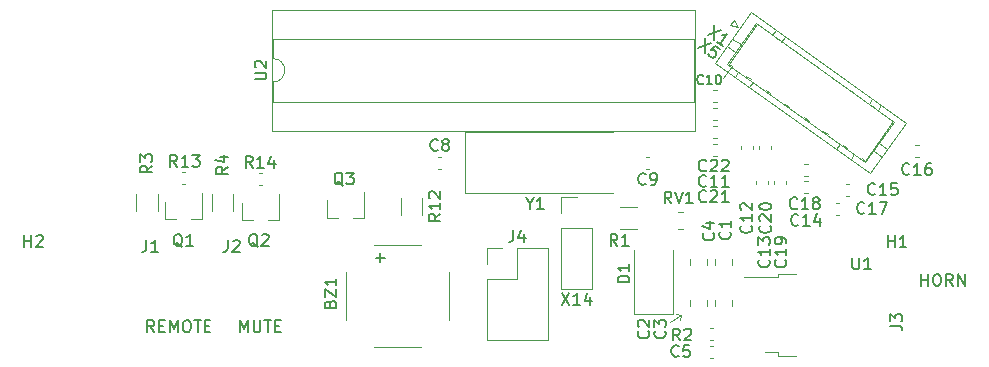
<source format=gbr>
%TF.GenerationSoftware,KiCad,Pcbnew,(5.1.9)-1*%
%TF.CreationDate,2021-10-08T19:18:35+02:00*%
%TF.ProjectId,multi_steering_kenwood_K24MSWK1MA,6d756c74-695f-4737-9465-6572696e675f,rev?*%
%TF.SameCoordinates,Original*%
%TF.FileFunction,Legend,Top*%
%TF.FilePolarity,Positive*%
%FSLAX46Y46*%
G04 Gerber Fmt 4.6, Leading zero omitted, Abs format (unit mm)*
G04 Created by KiCad (PCBNEW (5.1.9)-1) date 2021-10-08 19:18:35*
%MOMM*%
%LPD*%
G01*
G04 APERTURE LIST*
%ADD10C,0.150000*%
%ADD11C,0.120000*%
G04 APERTURE END LIST*
D10*
X160073166Y-134800180D02*
X160073166Y-133800180D01*
X160073166Y-134276371D02*
X160644595Y-134276371D01*
X160644595Y-134800180D02*
X160644595Y-133800180D01*
X161311261Y-133800180D02*
X161501738Y-133800180D01*
X161596976Y-133847800D01*
X161692214Y-133943038D01*
X161739833Y-134133514D01*
X161739833Y-134466847D01*
X161692214Y-134657323D01*
X161596976Y-134752561D01*
X161501738Y-134800180D01*
X161311261Y-134800180D01*
X161216023Y-134752561D01*
X161120785Y-134657323D01*
X161073166Y-134466847D01*
X161073166Y-134133514D01*
X161120785Y-133943038D01*
X161216023Y-133847800D01*
X161311261Y-133800180D01*
X162739833Y-134800180D02*
X162406500Y-134323990D01*
X162168404Y-134800180D02*
X162168404Y-133800180D01*
X162549357Y-133800180D01*
X162644595Y-133847800D01*
X162692214Y-133895419D01*
X162739833Y-133990657D01*
X162739833Y-134133514D01*
X162692214Y-134228752D01*
X162644595Y-134276371D01*
X162549357Y-134323990D01*
X162168404Y-134323990D01*
X163168404Y-134800180D02*
X163168404Y-133800180D01*
X163739833Y-134800180D01*
X163739833Y-133800180D01*
X102416023Y-138700180D02*
X102416023Y-137700180D01*
X102749357Y-138414466D01*
X103082690Y-137700180D01*
X103082690Y-138700180D01*
X103558880Y-137700180D02*
X103558880Y-138509704D01*
X103606500Y-138604942D01*
X103654119Y-138652561D01*
X103749357Y-138700180D01*
X103939833Y-138700180D01*
X104035071Y-138652561D01*
X104082690Y-138604942D01*
X104130309Y-138509704D01*
X104130309Y-137700180D01*
X104463642Y-137700180D02*
X105035071Y-137700180D01*
X104749357Y-138700180D02*
X104749357Y-137700180D01*
X105368404Y-138176371D02*
X105701738Y-138176371D01*
X105844595Y-138700180D02*
X105368404Y-138700180D01*
X105368404Y-137700180D01*
X105844595Y-137700180D01*
X95135071Y-138700180D02*
X94801738Y-138223990D01*
X94563642Y-138700180D02*
X94563642Y-137700180D01*
X94944595Y-137700180D01*
X95039833Y-137747800D01*
X95087452Y-137795419D01*
X95135071Y-137890657D01*
X95135071Y-138033514D01*
X95087452Y-138128752D01*
X95039833Y-138176371D01*
X94944595Y-138223990D01*
X94563642Y-138223990D01*
X95563642Y-138176371D02*
X95896976Y-138176371D01*
X96039833Y-138700180D02*
X95563642Y-138700180D01*
X95563642Y-137700180D01*
X96039833Y-137700180D01*
X96468404Y-138700180D02*
X96468404Y-137700180D01*
X96801738Y-138414466D01*
X97135071Y-137700180D01*
X97135071Y-138700180D01*
X97801738Y-137700180D02*
X97992214Y-137700180D01*
X98087452Y-137747800D01*
X98182690Y-137843038D01*
X98230309Y-138033514D01*
X98230309Y-138366847D01*
X98182690Y-138557323D01*
X98087452Y-138652561D01*
X97992214Y-138700180D01*
X97801738Y-138700180D01*
X97706500Y-138652561D01*
X97611261Y-138557323D01*
X97563642Y-138366847D01*
X97563642Y-138033514D01*
X97611261Y-137843038D01*
X97706500Y-137747800D01*
X97801738Y-137700180D01*
X98516023Y-137700180D02*
X99087452Y-137700180D01*
X98801738Y-138700180D02*
X98801738Y-137700180D01*
X99420785Y-138176371D02*
X99754119Y-138176371D01*
X99896976Y-138700180D02*
X99420785Y-138700180D01*
X99420785Y-137700180D01*
X99896976Y-137700180D01*
D11*
X139306500Y-137147800D02*
X139706500Y-137247800D01*
X139606500Y-137647800D02*
X139706500Y-137247800D01*
X139706500Y-137247800D02*
X139606500Y-137647800D01*
X138806500Y-137847800D02*
X139706500Y-137247800D01*
%TO.C,R14*%
X104247080Y-126257800D02*
X103965920Y-126257800D01*
X104247080Y-125237800D02*
X103965920Y-125237800D01*
%TO.C,R13*%
X97747080Y-126157800D02*
X97465920Y-126157800D01*
X97747080Y-125137800D02*
X97465920Y-125137800D01*
%TO.C,X1*%
X155804011Y-119484868D02*
X156194786Y-119763606D01*
X153411515Y-122839024D02*
X153802290Y-123117761D01*
X154175780Y-118323462D02*
X154566555Y-118602200D01*
X151783284Y-121677618D02*
X152174059Y-121956356D01*
X152547549Y-117162056D02*
X152938324Y-117440794D01*
X150155053Y-120516212D02*
X150545828Y-120794950D01*
X150919318Y-116000650D02*
X151310093Y-116279388D01*
X148526822Y-119354806D02*
X148917597Y-119633544D01*
X149291087Y-114839244D02*
X149681862Y-115117982D01*
X146898591Y-118193400D02*
X147289366Y-118472138D01*
X147662856Y-113677839D02*
X148053631Y-113956576D01*
X145270360Y-117031994D02*
X145661135Y-117310732D01*
X157432242Y-120646274D02*
X157676477Y-120820485D01*
X155039746Y-124000430D02*
X155283980Y-124174641D01*
X146181166Y-112620959D02*
X146425400Y-112795170D01*
X143788669Y-115975115D02*
X144032904Y-116149326D01*
X143304122Y-117171041D02*
X144032904Y-116149326D01*
X155283980Y-124174641D02*
X157676477Y-120820485D01*
X143788669Y-115975115D02*
X146181166Y-112620959D01*
%TO.C,C9*%
X137047080Y-124857800D02*
X136765920Y-124857800D01*
X137047080Y-123837800D02*
X136765920Y-123837800D01*
%TO.C,C8*%
X119165920Y-123837800D02*
X119447080Y-123837800D01*
X119165920Y-124857800D02*
X119447080Y-124857800D01*
%TO.C,Y1*%
X134006500Y-121797800D02*
X121406500Y-121797800D01*
X121406500Y-121797800D02*
X121406500Y-126897800D01*
X121406500Y-126897800D02*
X134006500Y-126897800D01*
%TO.C,X14*%
X129576500Y-135017800D02*
X132236500Y-135017800D01*
X129576500Y-129877800D02*
X129576500Y-135017800D01*
X132236500Y-129877800D02*
X132236500Y-135017800D01*
X129576500Y-129877800D02*
X132236500Y-129877800D01*
X129576500Y-128607800D02*
X129576500Y-127277800D01*
X129576500Y-127277800D02*
X130906500Y-127277800D01*
%TO.C,X5*%
X146068335Y-112555429D02*
X143629382Y-115974715D01*
X143629382Y-115974715D02*
X155352646Y-124336837D01*
X155352646Y-124336837D02*
X157791598Y-120917552D01*
X157791598Y-120917552D02*
X146068335Y-112555429D01*
X144090649Y-113847079D02*
X144790788Y-114346484D01*
X157214191Y-123208011D02*
X156514052Y-122708606D01*
X143626086Y-114498371D02*
X144326226Y-114997776D01*
X156749629Y-123859303D02*
X156049489Y-123359899D01*
X148538182Y-113690707D02*
X148242023Y-114105906D01*
X147772913Y-113144847D02*
X147476754Y-113560045D01*
X155914068Y-118951876D02*
X155617910Y-119367075D01*
X156679337Y-119497737D02*
X156383178Y-119912936D01*
X145506912Y-117940390D02*
X145803071Y-117525191D01*
X144285739Y-117069336D02*
X144581897Y-116654137D01*
X152882799Y-123201559D02*
X153178957Y-122786360D01*
X154103972Y-124072614D02*
X154400131Y-123657415D01*
X145664354Y-111640826D02*
X142633084Y-115890509D01*
X142633084Y-115890509D02*
X155756627Y-125251441D01*
X155756627Y-125251441D02*
X158787896Y-121001758D01*
X158787896Y-121001758D02*
X145664354Y-111640826D01*
X144566599Y-112835411D02*
X143903919Y-112731224D01*
X143903919Y-112731224D02*
X144252341Y-112242755D01*
X144252341Y-112242755D02*
X144566599Y-112835411D01*
%TO.C,U2*%
X105176500Y-117537800D02*
X105176500Y-119187800D01*
X105176500Y-119187800D02*
X140856500Y-119187800D01*
X140856500Y-119187800D02*
X140856500Y-113887800D01*
X140856500Y-113887800D02*
X105176500Y-113887800D01*
X105176500Y-113887800D02*
X105176500Y-115537800D01*
X105116500Y-121677800D02*
X140916500Y-121677800D01*
X140916500Y-121677800D02*
X140916500Y-111397800D01*
X140916500Y-111397800D02*
X105116500Y-111397800D01*
X105116500Y-111397800D02*
X105116500Y-121677800D01*
X105176500Y-115537800D02*
G75*
G02*
X105176500Y-117537800I0J-1000000D01*
G01*
%TO.C,U1*%
X149436500Y-133797800D02*
X147936500Y-133797800D01*
X147936500Y-133797800D02*
X147936500Y-134067800D01*
X147936500Y-134067800D02*
X145106500Y-134067800D01*
X149436500Y-140697800D02*
X147936500Y-140697800D01*
X147936500Y-140697800D02*
X147936500Y-140427800D01*
X147936500Y-140427800D02*
X146836500Y-140427800D01*
%TO.C,RV1*%
X139479436Y-128512800D02*
X139933564Y-128512800D01*
X139479436Y-129982800D02*
X139933564Y-129982800D01*
%TO.C,R12*%
X117816500Y-127320736D02*
X117816500Y-128774864D01*
X115996500Y-127320736D02*
X115996500Y-128774864D01*
%TO.C,R4*%
X99996500Y-128474864D02*
X99996500Y-127020736D01*
X101816500Y-128474864D02*
X101816500Y-127020736D01*
%TO.C,R3*%
X93596500Y-128474864D02*
X93596500Y-127020736D01*
X95416500Y-128474864D02*
X95416500Y-127020736D01*
%TO.C,R2*%
X142447080Y-139357800D02*
X142165920Y-139357800D01*
X142447080Y-138337800D02*
X142165920Y-138337800D01*
%TO.C,R1*%
X136033564Y-129957800D02*
X134579436Y-129957800D01*
X136033564Y-128137800D02*
X134579436Y-128137800D01*
%TO.C,Q3*%
X109726500Y-129007800D02*
X110656500Y-129007800D01*
X112886500Y-129007800D02*
X111956500Y-129007800D01*
X112886500Y-129007800D02*
X112886500Y-126847800D01*
X109726500Y-129007800D02*
X109726500Y-127547800D01*
%TO.C,Q2*%
X102526500Y-129207800D02*
X103456500Y-129207800D01*
X105686500Y-129207800D02*
X104756500Y-129207800D01*
X105686500Y-129207800D02*
X105686500Y-127047800D01*
X102526500Y-129207800D02*
X102526500Y-127747800D01*
%TO.C,Q1*%
X96026500Y-129107800D02*
X96956500Y-129107800D01*
X99186500Y-129107800D02*
X98256500Y-129107800D01*
X99186500Y-129107800D02*
X99186500Y-126947800D01*
X96026500Y-129107800D02*
X96026500Y-127647800D01*
%TO.C,J4*%
X123276500Y-139357800D02*
X128476500Y-139357800D01*
X123276500Y-134217800D02*
X123276500Y-139357800D01*
X128476500Y-131617800D02*
X128476500Y-139357800D01*
X123276500Y-134217800D02*
X125876500Y-134217800D01*
X125876500Y-134217800D02*
X125876500Y-131617800D01*
X125876500Y-131617800D02*
X128476500Y-131617800D01*
X123276500Y-132947800D02*
X123276500Y-131617800D01*
X123276500Y-131617800D02*
X124606500Y-131617800D01*
%TO.C,D1*%
X135756500Y-137147800D02*
X139056500Y-137147800D01*
X139056500Y-137147800D02*
X139056500Y-131747800D01*
X135756500Y-137147800D02*
X135756500Y-131747800D01*
%TO.C,C22*%
X142747080Y-120757800D02*
X142465920Y-120757800D01*
X142747080Y-119737800D02*
X142465920Y-119737800D01*
%TO.C,C21*%
X142747080Y-123757800D02*
X142465920Y-123757800D01*
X142747080Y-122737800D02*
X142465920Y-122737800D01*
%TO.C,C20*%
X147316500Y-122907220D02*
X147316500Y-123188380D01*
X146296500Y-122907220D02*
X146296500Y-123188380D01*
%TO.C,C19*%
X148616500Y-125907220D02*
X148616500Y-126188380D01*
X147596500Y-125907220D02*
X147596500Y-126188380D01*
%TO.C,C18*%
X150447080Y-125457800D02*
X150165920Y-125457800D01*
X150447080Y-124437800D02*
X150165920Y-124437800D01*
%TO.C,C17*%
X152865920Y-127737800D02*
X153147080Y-127737800D01*
X152865920Y-128757800D02*
X153147080Y-128757800D01*
%TO.C,C16*%
X159565920Y-122837800D02*
X159847080Y-122837800D01*
X159565920Y-123857800D02*
X159847080Y-123857800D01*
%TO.C,C15*%
X153665920Y-126137800D02*
X153947080Y-126137800D01*
X153665920Y-127157800D02*
X153947080Y-127157800D01*
%TO.C,C14*%
X150447080Y-126957800D02*
X150165920Y-126957800D01*
X150447080Y-125937800D02*
X150165920Y-125937800D01*
%TO.C,C13*%
X147116500Y-125907220D02*
X147116500Y-126188380D01*
X146096500Y-125907220D02*
X146096500Y-126188380D01*
%TO.C,C12*%
X145816500Y-122907220D02*
X145816500Y-123188380D01*
X144796500Y-122907220D02*
X144796500Y-123188380D01*
%TO.C,C11*%
X142747080Y-122257800D02*
X142465920Y-122257800D01*
X142747080Y-121237800D02*
X142465920Y-121237800D01*
%TO.C,C10*%
X142747080Y-119257800D02*
X142465920Y-119257800D01*
X142747080Y-118237800D02*
X142465920Y-118237800D01*
%TO.C,C5*%
X142447080Y-140857800D02*
X142165920Y-140857800D01*
X142447080Y-139837800D02*
X142165920Y-139837800D01*
%TO.C,C4*%
X140471500Y-133009052D02*
X140471500Y-132486548D01*
X141941500Y-133009052D02*
X141941500Y-132486548D01*
%TO.C,C3*%
X144041500Y-135986548D02*
X144041500Y-136509052D01*
X142571500Y-135986548D02*
X142571500Y-136509052D01*
%TO.C,C2*%
X141941500Y-135986548D02*
X141941500Y-136509052D01*
X140471500Y-135986548D02*
X140471500Y-136509052D01*
%TO.C,C1*%
X142571500Y-133009052D02*
X142571500Y-132486548D01*
X144041500Y-133009052D02*
X144041500Y-132486548D01*
%TO.C,BZ1*%
X120056500Y-137647800D02*
X120056500Y-133647800D01*
X113706500Y-139997800D02*
X117706500Y-139997800D01*
X111356500Y-133647800D02*
X111356500Y-137647800D01*
X117706500Y-131297800D02*
X113706500Y-131297800D01*
%TO.C,R14*%
D10*
X103463642Y-124800180D02*
X103130309Y-124323990D01*
X102892214Y-124800180D02*
X102892214Y-123800180D01*
X103273166Y-123800180D01*
X103368404Y-123847800D01*
X103416023Y-123895419D01*
X103463642Y-123990657D01*
X103463642Y-124133514D01*
X103416023Y-124228752D01*
X103368404Y-124276371D01*
X103273166Y-124323990D01*
X102892214Y-124323990D01*
X104416023Y-124800180D02*
X103844595Y-124800180D01*
X104130309Y-124800180D02*
X104130309Y-123800180D01*
X104035071Y-123943038D01*
X103939833Y-124038276D01*
X103844595Y-124085895D01*
X105273166Y-124133514D02*
X105273166Y-124800180D01*
X105035071Y-123752561D02*
X104796976Y-124466847D01*
X105416023Y-124466847D01*
%TO.C,R13*%
X97063642Y-124700180D02*
X96730309Y-124223990D01*
X96492214Y-124700180D02*
X96492214Y-123700180D01*
X96873166Y-123700180D01*
X96968404Y-123747800D01*
X97016023Y-123795419D01*
X97063642Y-123890657D01*
X97063642Y-124033514D01*
X97016023Y-124128752D01*
X96968404Y-124176371D01*
X96873166Y-124223990D01*
X96492214Y-124223990D01*
X98016023Y-124700180D02*
X97444595Y-124700180D01*
X97730309Y-124700180D02*
X97730309Y-123700180D01*
X97635071Y-123843038D01*
X97539833Y-123938276D01*
X97444595Y-123985895D01*
X98349357Y-123700180D02*
X98968404Y-123700180D01*
X98635071Y-124081133D01*
X98777928Y-124081133D01*
X98873166Y-124128752D01*
X98920785Y-124176371D01*
X98968404Y-124271609D01*
X98968404Y-124509704D01*
X98920785Y-124604942D01*
X98873166Y-124652561D01*
X98777928Y-124700180D01*
X98492214Y-124700180D01*
X98396976Y-124652561D01*
X98349357Y-124604942D01*
%TO.C,X1*%
X142565458Y-112731881D02*
X142527498Y-113933132D01*
X143108201Y-113119017D02*
X141984755Y-113545997D01*
X143264079Y-114458530D02*
X142798870Y-114126700D01*
X143031475Y-114292615D02*
X143612178Y-113478500D01*
X143451685Y-113539497D01*
X143318845Y-113561726D01*
X143213658Y-113545189D01*
%TO.C,C9*%
X136739833Y-126134942D02*
X136692214Y-126182561D01*
X136549357Y-126230180D01*
X136454119Y-126230180D01*
X136311261Y-126182561D01*
X136216023Y-126087323D01*
X136168404Y-125992085D01*
X136120785Y-125801609D01*
X136120785Y-125658752D01*
X136168404Y-125468276D01*
X136216023Y-125373038D01*
X136311261Y-125277800D01*
X136454119Y-125230180D01*
X136549357Y-125230180D01*
X136692214Y-125277800D01*
X136739833Y-125325419D01*
X137216023Y-126230180D02*
X137406500Y-126230180D01*
X137501738Y-126182561D01*
X137549357Y-126134942D01*
X137644595Y-125992085D01*
X137692214Y-125801609D01*
X137692214Y-125420657D01*
X137644595Y-125325419D01*
X137596976Y-125277800D01*
X137501738Y-125230180D01*
X137311261Y-125230180D01*
X137216023Y-125277800D01*
X137168404Y-125325419D01*
X137120785Y-125420657D01*
X137120785Y-125658752D01*
X137168404Y-125753990D01*
X137216023Y-125801609D01*
X137311261Y-125849228D01*
X137501738Y-125849228D01*
X137596976Y-125801609D01*
X137644595Y-125753990D01*
X137692214Y-125658752D01*
%TO.C,C8*%
X119139833Y-123274942D02*
X119092214Y-123322561D01*
X118949357Y-123370180D01*
X118854119Y-123370180D01*
X118711261Y-123322561D01*
X118616023Y-123227323D01*
X118568404Y-123132085D01*
X118520785Y-122941609D01*
X118520785Y-122798752D01*
X118568404Y-122608276D01*
X118616023Y-122513038D01*
X118711261Y-122417800D01*
X118854119Y-122370180D01*
X118949357Y-122370180D01*
X119092214Y-122417800D01*
X119139833Y-122465419D01*
X119711261Y-122798752D02*
X119616023Y-122751133D01*
X119568404Y-122703514D01*
X119520785Y-122608276D01*
X119520785Y-122560657D01*
X119568404Y-122465419D01*
X119616023Y-122417800D01*
X119711261Y-122370180D01*
X119901738Y-122370180D01*
X119996976Y-122417800D01*
X120044595Y-122465419D01*
X120092214Y-122560657D01*
X120092214Y-122608276D01*
X120044595Y-122703514D01*
X119996976Y-122751133D01*
X119901738Y-122798752D01*
X119711261Y-122798752D01*
X119616023Y-122846371D01*
X119568404Y-122893990D01*
X119520785Y-122989228D01*
X119520785Y-123179704D01*
X119568404Y-123274942D01*
X119616023Y-123322561D01*
X119711261Y-123370180D01*
X119901738Y-123370180D01*
X119996976Y-123322561D01*
X120044595Y-123274942D01*
X120092214Y-123179704D01*
X120092214Y-122989228D01*
X120044595Y-122893990D01*
X119996976Y-122846371D01*
X119901738Y-122798752D01*
%TO.C,Y1*%
X126930309Y-127823990D02*
X126930309Y-128300180D01*
X126596976Y-127300180D02*
X126930309Y-127823990D01*
X127263642Y-127300180D01*
X128120785Y-128300180D02*
X127549357Y-128300180D01*
X127835071Y-128300180D02*
X127835071Y-127300180D01*
X127739833Y-127443038D01*
X127644595Y-127538276D01*
X127549357Y-127585895D01*
%TO.C,X14*%
X129620785Y-135400180D02*
X130287452Y-136400180D01*
X130287452Y-135400180D02*
X129620785Y-136400180D01*
X131192214Y-136400180D02*
X130620785Y-136400180D01*
X130906500Y-136400180D02*
X130906500Y-135400180D01*
X130811261Y-135543038D01*
X130716023Y-135638276D01*
X130620785Y-135685895D01*
X132049357Y-135733514D02*
X132049357Y-136400180D01*
X131811261Y-135352561D02*
X131573166Y-136066847D01*
X132192214Y-136066847D01*
%TO.C,X5*%
X141765458Y-113831881D02*
X141727498Y-115033132D01*
X142308201Y-114219017D02*
X141184755Y-114645997D01*
X143006015Y-114716762D02*
X142618341Y-114440237D01*
X142303048Y-114800258D01*
X142369468Y-114789144D01*
X142474655Y-114805681D01*
X142668492Y-114943944D01*
X142718374Y-115038016D01*
X142729489Y-115104436D01*
X142712952Y-115209624D01*
X142574689Y-115403461D01*
X142480617Y-115453343D01*
X142414197Y-115464458D01*
X142309009Y-115447920D01*
X142115172Y-115309658D01*
X142065290Y-115215585D01*
X142054175Y-115149165D01*
%TO.C,U2*%
X103628880Y-117299704D02*
X104438404Y-117299704D01*
X104533642Y-117252085D01*
X104581261Y-117204466D01*
X104628880Y-117109228D01*
X104628880Y-116918752D01*
X104581261Y-116823514D01*
X104533642Y-116775895D01*
X104438404Y-116728276D01*
X103628880Y-116728276D01*
X103724119Y-116299704D02*
X103676500Y-116252085D01*
X103628880Y-116156847D01*
X103628880Y-115918752D01*
X103676500Y-115823514D01*
X103724119Y-115775895D01*
X103819357Y-115728276D01*
X103914595Y-115728276D01*
X104057452Y-115775895D01*
X104628880Y-116347323D01*
X104628880Y-115728276D01*
%TO.C,U1*%
X154244595Y-132400180D02*
X154244595Y-133209704D01*
X154292214Y-133304942D01*
X154339833Y-133352561D01*
X154435071Y-133400180D01*
X154625547Y-133400180D01*
X154720785Y-133352561D01*
X154768404Y-133304942D01*
X154816023Y-133209704D01*
X154816023Y-132400180D01*
X155816023Y-133400180D02*
X155244595Y-133400180D01*
X155530309Y-133400180D02*
X155530309Y-132400180D01*
X155435071Y-132543038D01*
X155339833Y-132638276D01*
X155244595Y-132685895D01*
%TO.C,RV1*%
X138911261Y-127800180D02*
X138577928Y-127323990D01*
X138339833Y-127800180D02*
X138339833Y-126800180D01*
X138720785Y-126800180D01*
X138816023Y-126847800D01*
X138863642Y-126895419D01*
X138911261Y-126990657D01*
X138911261Y-127133514D01*
X138863642Y-127228752D01*
X138816023Y-127276371D01*
X138720785Y-127323990D01*
X138339833Y-127323990D01*
X139196976Y-126800180D02*
X139530309Y-127800180D01*
X139863642Y-126800180D01*
X140720785Y-127800180D02*
X140149357Y-127800180D01*
X140435071Y-127800180D02*
X140435071Y-126800180D01*
X140339833Y-126943038D01*
X140244595Y-127038276D01*
X140149357Y-127085895D01*
%TO.C,R12*%
X119358880Y-128690657D02*
X118882690Y-129023990D01*
X119358880Y-129262085D02*
X118358880Y-129262085D01*
X118358880Y-128881133D01*
X118406500Y-128785895D01*
X118454119Y-128738276D01*
X118549357Y-128690657D01*
X118692214Y-128690657D01*
X118787452Y-128738276D01*
X118835071Y-128785895D01*
X118882690Y-128881133D01*
X118882690Y-129262085D01*
X119358880Y-127738276D02*
X119358880Y-128309704D01*
X119358880Y-128023990D02*
X118358880Y-128023990D01*
X118501738Y-128119228D01*
X118596976Y-128214466D01*
X118644595Y-128309704D01*
X118454119Y-127357323D02*
X118406500Y-127309704D01*
X118358880Y-127214466D01*
X118358880Y-126976371D01*
X118406500Y-126881133D01*
X118454119Y-126833514D01*
X118549357Y-126785895D01*
X118644595Y-126785895D01*
X118787452Y-126833514D01*
X119358880Y-127404942D01*
X119358880Y-126785895D01*
%TO.C,R4*%
X101358880Y-124714466D02*
X100882690Y-125047800D01*
X101358880Y-125285895D02*
X100358880Y-125285895D01*
X100358880Y-124904942D01*
X100406500Y-124809704D01*
X100454119Y-124762085D01*
X100549357Y-124714466D01*
X100692214Y-124714466D01*
X100787452Y-124762085D01*
X100835071Y-124809704D01*
X100882690Y-124904942D01*
X100882690Y-125285895D01*
X100692214Y-123857323D02*
X101358880Y-123857323D01*
X100311261Y-124095419D02*
X101025547Y-124333514D01*
X101025547Y-123714466D01*
%TO.C,R3*%
X94958880Y-124614466D02*
X94482690Y-124947800D01*
X94958880Y-125185895D02*
X93958880Y-125185895D01*
X93958880Y-124804942D01*
X94006500Y-124709704D01*
X94054119Y-124662085D01*
X94149357Y-124614466D01*
X94292214Y-124614466D01*
X94387452Y-124662085D01*
X94435071Y-124709704D01*
X94482690Y-124804942D01*
X94482690Y-125185895D01*
X93958880Y-124281133D02*
X93958880Y-123662085D01*
X94339833Y-123995419D01*
X94339833Y-123852561D01*
X94387452Y-123757323D01*
X94435071Y-123709704D01*
X94530309Y-123662085D01*
X94768404Y-123662085D01*
X94863642Y-123709704D01*
X94911261Y-123757323D01*
X94958880Y-123852561D01*
X94958880Y-124138276D01*
X94911261Y-124233514D01*
X94863642Y-124281133D01*
%TO.C,R2*%
X139639833Y-139400180D02*
X139306500Y-138923990D01*
X139068404Y-139400180D02*
X139068404Y-138400180D01*
X139449357Y-138400180D01*
X139544595Y-138447800D01*
X139592214Y-138495419D01*
X139639833Y-138590657D01*
X139639833Y-138733514D01*
X139592214Y-138828752D01*
X139544595Y-138876371D01*
X139449357Y-138923990D01*
X139068404Y-138923990D01*
X140020785Y-138495419D02*
X140068404Y-138447800D01*
X140163642Y-138400180D01*
X140401738Y-138400180D01*
X140496976Y-138447800D01*
X140544595Y-138495419D01*
X140592214Y-138590657D01*
X140592214Y-138685895D01*
X140544595Y-138828752D01*
X139973166Y-139400180D01*
X140592214Y-139400180D01*
%TO.C,R1*%
X134339833Y-131400180D02*
X134006500Y-130923990D01*
X133768404Y-131400180D02*
X133768404Y-130400180D01*
X134149357Y-130400180D01*
X134244595Y-130447800D01*
X134292214Y-130495419D01*
X134339833Y-130590657D01*
X134339833Y-130733514D01*
X134292214Y-130828752D01*
X134244595Y-130876371D01*
X134149357Y-130923990D01*
X133768404Y-130923990D01*
X135292214Y-131400180D02*
X134720785Y-131400180D01*
X135006500Y-131400180D02*
X135006500Y-130400180D01*
X134911261Y-130543038D01*
X134816023Y-130638276D01*
X134720785Y-130685895D01*
%TO.C,Q3*%
X111111261Y-126295419D02*
X111016023Y-126247800D01*
X110920785Y-126152561D01*
X110777928Y-126009704D01*
X110682690Y-125962085D01*
X110587452Y-125962085D01*
X110635071Y-126200180D02*
X110539833Y-126152561D01*
X110444595Y-126057323D01*
X110396976Y-125866847D01*
X110396976Y-125533514D01*
X110444595Y-125343038D01*
X110539833Y-125247800D01*
X110635071Y-125200180D01*
X110825547Y-125200180D01*
X110920785Y-125247800D01*
X111016023Y-125343038D01*
X111063642Y-125533514D01*
X111063642Y-125866847D01*
X111016023Y-126057323D01*
X110920785Y-126152561D01*
X110825547Y-126200180D01*
X110635071Y-126200180D01*
X111396976Y-125200180D02*
X112016023Y-125200180D01*
X111682690Y-125581133D01*
X111825547Y-125581133D01*
X111920785Y-125628752D01*
X111968404Y-125676371D01*
X112016023Y-125771609D01*
X112016023Y-126009704D01*
X111968404Y-126104942D01*
X111920785Y-126152561D01*
X111825547Y-126200180D01*
X111539833Y-126200180D01*
X111444595Y-126152561D01*
X111396976Y-126104942D01*
%TO.C,Q2*%
X103911261Y-131495419D02*
X103816023Y-131447800D01*
X103720785Y-131352561D01*
X103577928Y-131209704D01*
X103482690Y-131162085D01*
X103387452Y-131162085D01*
X103435071Y-131400180D02*
X103339833Y-131352561D01*
X103244595Y-131257323D01*
X103196976Y-131066847D01*
X103196976Y-130733514D01*
X103244595Y-130543038D01*
X103339833Y-130447800D01*
X103435071Y-130400180D01*
X103625547Y-130400180D01*
X103720785Y-130447800D01*
X103816023Y-130543038D01*
X103863642Y-130733514D01*
X103863642Y-131066847D01*
X103816023Y-131257323D01*
X103720785Y-131352561D01*
X103625547Y-131400180D01*
X103435071Y-131400180D01*
X104244595Y-130495419D02*
X104292214Y-130447800D01*
X104387452Y-130400180D01*
X104625547Y-130400180D01*
X104720785Y-130447800D01*
X104768404Y-130495419D01*
X104816023Y-130590657D01*
X104816023Y-130685895D01*
X104768404Y-130828752D01*
X104196976Y-131400180D01*
X104816023Y-131400180D01*
%TO.C,Q1*%
X97511261Y-131495419D02*
X97416023Y-131447800D01*
X97320785Y-131352561D01*
X97177928Y-131209704D01*
X97082690Y-131162085D01*
X96987452Y-131162085D01*
X97035071Y-131400180D02*
X96939833Y-131352561D01*
X96844595Y-131257323D01*
X96796976Y-131066847D01*
X96796976Y-130733514D01*
X96844595Y-130543038D01*
X96939833Y-130447800D01*
X97035071Y-130400180D01*
X97225547Y-130400180D01*
X97320785Y-130447800D01*
X97416023Y-130543038D01*
X97463642Y-130733514D01*
X97463642Y-131066847D01*
X97416023Y-131257323D01*
X97320785Y-131352561D01*
X97225547Y-131400180D01*
X97035071Y-131400180D01*
X98416023Y-131400180D02*
X97844595Y-131400180D01*
X98130309Y-131400180D02*
X98130309Y-130400180D01*
X98035071Y-130543038D01*
X97939833Y-130638276D01*
X97844595Y-130685895D01*
%TO.C,J4*%
X125543166Y-130070180D02*
X125543166Y-130784466D01*
X125495547Y-130927323D01*
X125400309Y-131022561D01*
X125257452Y-131070180D01*
X125162214Y-131070180D01*
X126447928Y-130403514D02*
X126447928Y-131070180D01*
X126209833Y-130022561D02*
X125971738Y-130736847D01*
X126590785Y-130736847D01*
%TO.C,J3*%
X157458880Y-138181133D02*
X158173166Y-138181133D01*
X158316023Y-138228752D01*
X158411261Y-138323990D01*
X158458880Y-138466847D01*
X158458880Y-138562085D01*
X157458880Y-137800180D02*
X157458880Y-137181133D01*
X157839833Y-137514466D01*
X157839833Y-137371609D01*
X157887452Y-137276371D01*
X157935071Y-137228752D01*
X158030309Y-137181133D01*
X158268404Y-137181133D01*
X158363642Y-137228752D01*
X158411261Y-137276371D01*
X158458880Y-137371609D01*
X158458880Y-137657323D01*
X158411261Y-137752561D01*
X158363642Y-137800180D01*
%TO.C,J2*%
X101373166Y-130900180D02*
X101373166Y-131614466D01*
X101325547Y-131757323D01*
X101230309Y-131852561D01*
X101087452Y-131900180D01*
X100992214Y-131900180D01*
X101801738Y-130995419D02*
X101849357Y-130947800D01*
X101944595Y-130900180D01*
X102182690Y-130900180D01*
X102277928Y-130947800D01*
X102325547Y-130995419D01*
X102373166Y-131090657D01*
X102373166Y-131185895D01*
X102325547Y-131328752D01*
X101754119Y-131900180D01*
X102373166Y-131900180D01*
%TO.C,J1*%
X94473166Y-130900180D02*
X94473166Y-131614466D01*
X94425547Y-131757323D01*
X94330309Y-131852561D01*
X94187452Y-131900180D01*
X94092214Y-131900180D01*
X95473166Y-131900180D02*
X94901738Y-131900180D01*
X95187452Y-131900180D02*
X95187452Y-130900180D01*
X95092214Y-131043038D01*
X94996976Y-131138276D01*
X94901738Y-131185895D01*
%TO.C,H2*%
X84144595Y-131500180D02*
X84144595Y-130500180D01*
X84144595Y-130976371D02*
X84716023Y-130976371D01*
X84716023Y-131500180D02*
X84716023Y-130500180D01*
X85144595Y-130595419D02*
X85192214Y-130547800D01*
X85287452Y-130500180D01*
X85525547Y-130500180D01*
X85620785Y-130547800D01*
X85668404Y-130595419D01*
X85716023Y-130690657D01*
X85716023Y-130785895D01*
X85668404Y-130928752D01*
X85096976Y-131500180D01*
X85716023Y-131500180D01*
%TO.C,H1*%
X157244595Y-131500180D02*
X157244595Y-130500180D01*
X157244595Y-130976371D02*
X157816023Y-130976371D01*
X157816023Y-131500180D02*
X157816023Y-130500180D01*
X158816023Y-131500180D02*
X158244595Y-131500180D01*
X158530309Y-131500180D02*
X158530309Y-130500180D01*
X158435071Y-130643038D01*
X158339833Y-130738276D01*
X158244595Y-130785895D01*
%TO.C,D1*%
X135358880Y-134485895D02*
X134358880Y-134485895D01*
X134358880Y-134247800D01*
X134406500Y-134104942D01*
X134501738Y-134009704D01*
X134596976Y-133962085D01*
X134787452Y-133914466D01*
X134930309Y-133914466D01*
X135120785Y-133962085D01*
X135216023Y-134009704D01*
X135311261Y-134104942D01*
X135358880Y-134247800D01*
X135358880Y-134485895D01*
X135358880Y-132962085D02*
X135358880Y-133533514D01*
X135358880Y-133247800D02*
X134358880Y-133247800D01*
X134501738Y-133343038D01*
X134596976Y-133438276D01*
X134644595Y-133533514D01*
%TO.C,C22*%
X141863642Y-125004942D02*
X141816023Y-125052561D01*
X141673166Y-125100180D01*
X141577928Y-125100180D01*
X141435071Y-125052561D01*
X141339833Y-124957323D01*
X141292214Y-124862085D01*
X141244595Y-124671609D01*
X141244595Y-124528752D01*
X141292214Y-124338276D01*
X141339833Y-124243038D01*
X141435071Y-124147800D01*
X141577928Y-124100180D01*
X141673166Y-124100180D01*
X141816023Y-124147800D01*
X141863642Y-124195419D01*
X142244595Y-124195419D02*
X142292214Y-124147800D01*
X142387452Y-124100180D01*
X142625547Y-124100180D01*
X142720785Y-124147800D01*
X142768404Y-124195419D01*
X142816023Y-124290657D01*
X142816023Y-124385895D01*
X142768404Y-124528752D01*
X142196976Y-125100180D01*
X142816023Y-125100180D01*
X143196976Y-124195419D02*
X143244595Y-124147800D01*
X143339833Y-124100180D01*
X143577928Y-124100180D01*
X143673166Y-124147800D01*
X143720785Y-124195419D01*
X143768404Y-124290657D01*
X143768404Y-124385895D01*
X143720785Y-124528752D01*
X143149357Y-125100180D01*
X143768404Y-125100180D01*
%TO.C,C21*%
X141863642Y-127604942D02*
X141816023Y-127652561D01*
X141673166Y-127700180D01*
X141577928Y-127700180D01*
X141435071Y-127652561D01*
X141339833Y-127557323D01*
X141292214Y-127462085D01*
X141244595Y-127271609D01*
X141244595Y-127128752D01*
X141292214Y-126938276D01*
X141339833Y-126843038D01*
X141435071Y-126747800D01*
X141577928Y-126700180D01*
X141673166Y-126700180D01*
X141816023Y-126747800D01*
X141863642Y-126795419D01*
X142244595Y-126795419D02*
X142292214Y-126747800D01*
X142387452Y-126700180D01*
X142625547Y-126700180D01*
X142720785Y-126747800D01*
X142768404Y-126795419D01*
X142816023Y-126890657D01*
X142816023Y-126985895D01*
X142768404Y-127128752D01*
X142196976Y-127700180D01*
X142816023Y-127700180D01*
X143768404Y-127700180D02*
X143196976Y-127700180D01*
X143482690Y-127700180D02*
X143482690Y-126700180D01*
X143387452Y-126843038D01*
X143292214Y-126938276D01*
X143196976Y-126985895D01*
%TO.C,C20*%
X147263642Y-129690657D02*
X147311261Y-129738276D01*
X147358880Y-129881133D01*
X147358880Y-129976371D01*
X147311261Y-130119228D01*
X147216023Y-130214466D01*
X147120785Y-130262085D01*
X146930309Y-130309704D01*
X146787452Y-130309704D01*
X146596976Y-130262085D01*
X146501738Y-130214466D01*
X146406500Y-130119228D01*
X146358880Y-129976371D01*
X146358880Y-129881133D01*
X146406500Y-129738276D01*
X146454119Y-129690657D01*
X146454119Y-129309704D02*
X146406500Y-129262085D01*
X146358880Y-129166847D01*
X146358880Y-128928752D01*
X146406500Y-128833514D01*
X146454119Y-128785895D01*
X146549357Y-128738276D01*
X146644595Y-128738276D01*
X146787452Y-128785895D01*
X147358880Y-129357323D01*
X147358880Y-128738276D01*
X146358880Y-128119228D02*
X146358880Y-128023990D01*
X146406500Y-127928752D01*
X146454119Y-127881133D01*
X146549357Y-127833514D01*
X146739833Y-127785895D01*
X146977928Y-127785895D01*
X147168404Y-127833514D01*
X147263642Y-127881133D01*
X147311261Y-127928752D01*
X147358880Y-128023990D01*
X147358880Y-128119228D01*
X147311261Y-128214466D01*
X147263642Y-128262085D01*
X147168404Y-128309704D01*
X146977928Y-128357323D01*
X146739833Y-128357323D01*
X146549357Y-128309704D01*
X146454119Y-128262085D01*
X146406500Y-128214466D01*
X146358880Y-128119228D01*
%TO.C,C19*%
X148563642Y-132590657D02*
X148611261Y-132638276D01*
X148658880Y-132781133D01*
X148658880Y-132876371D01*
X148611261Y-133019228D01*
X148516023Y-133114466D01*
X148420785Y-133162085D01*
X148230309Y-133209704D01*
X148087452Y-133209704D01*
X147896976Y-133162085D01*
X147801738Y-133114466D01*
X147706500Y-133019228D01*
X147658880Y-132876371D01*
X147658880Y-132781133D01*
X147706500Y-132638276D01*
X147754119Y-132590657D01*
X148658880Y-131638276D02*
X148658880Y-132209704D01*
X148658880Y-131923990D02*
X147658880Y-131923990D01*
X147801738Y-132019228D01*
X147896976Y-132114466D01*
X147944595Y-132209704D01*
X148658880Y-131162085D02*
X148658880Y-130971609D01*
X148611261Y-130876371D01*
X148563642Y-130828752D01*
X148420785Y-130733514D01*
X148230309Y-130685895D01*
X147849357Y-130685895D01*
X147754119Y-130733514D01*
X147706500Y-130781133D01*
X147658880Y-130876371D01*
X147658880Y-131066847D01*
X147706500Y-131162085D01*
X147754119Y-131209704D01*
X147849357Y-131257323D01*
X148087452Y-131257323D01*
X148182690Y-131209704D01*
X148230309Y-131162085D01*
X148277928Y-131066847D01*
X148277928Y-130876371D01*
X148230309Y-130781133D01*
X148182690Y-130733514D01*
X148087452Y-130685895D01*
%TO.C,C18*%
X149563642Y-128204942D02*
X149516023Y-128252561D01*
X149373166Y-128300180D01*
X149277928Y-128300180D01*
X149135071Y-128252561D01*
X149039833Y-128157323D01*
X148992214Y-128062085D01*
X148944595Y-127871609D01*
X148944595Y-127728752D01*
X148992214Y-127538276D01*
X149039833Y-127443038D01*
X149135071Y-127347800D01*
X149277928Y-127300180D01*
X149373166Y-127300180D01*
X149516023Y-127347800D01*
X149563642Y-127395419D01*
X150516023Y-128300180D02*
X149944595Y-128300180D01*
X150230309Y-128300180D02*
X150230309Y-127300180D01*
X150135071Y-127443038D01*
X150039833Y-127538276D01*
X149944595Y-127585895D01*
X151087452Y-127728752D02*
X150992214Y-127681133D01*
X150944595Y-127633514D01*
X150896976Y-127538276D01*
X150896976Y-127490657D01*
X150944595Y-127395419D01*
X150992214Y-127347800D01*
X151087452Y-127300180D01*
X151277928Y-127300180D01*
X151373166Y-127347800D01*
X151420785Y-127395419D01*
X151468404Y-127490657D01*
X151468404Y-127538276D01*
X151420785Y-127633514D01*
X151373166Y-127681133D01*
X151277928Y-127728752D01*
X151087452Y-127728752D01*
X150992214Y-127776371D01*
X150944595Y-127823990D01*
X150896976Y-127919228D01*
X150896976Y-128109704D01*
X150944595Y-128204942D01*
X150992214Y-128252561D01*
X151087452Y-128300180D01*
X151277928Y-128300180D01*
X151373166Y-128252561D01*
X151420785Y-128204942D01*
X151468404Y-128109704D01*
X151468404Y-127919228D01*
X151420785Y-127823990D01*
X151373166Y-127776371D01*
X151277928Y-127728752D01*
%TO.C,C17*%
X155263642Y-128604942D02*
X155216023Y-128652561D01*
X155073166Y-128700180D01*
X154977928Y-128700180D01*
X154835071Y-128652561D01*
X154739833Y-128557323D01*
X154692214Y-128462085D01*
X154644595Y-128271609D01*
X154644595Y-128128752D01*
X154692214Y-127938276D01*
X154739833Y-127843038D01*
X154835071Y-127747800D01*
X154977928Y-127700180D01*
X155073166Y-127700180D01*
X155216023Y-127747800D01*
X155263642Y-127795419D01*
X156216023Y-128700180D02*
X155644595Y-128700180D01*
X155930309Y-128700180D02*
X155930309Y-127700180D01*
X155835071Y-127843038D01*
X155739833Y-127938276D01*
X155644595Y-127985895D01*
X156549357Y-127700180D02*
X157216023Y-127700180D01*
X156787452Y-128700180D01*
%TO.C,C16*%
X159063642Y-125304942D02*
X159016023Y-125352561D01*
X158873166Y-125400180D01*
X158777928Y-125400180D01*
X158635071Y-125352561D01*
X158539833Y-125257323D01*
X158492214Y-125162085D01*
X158444595Y-124971609D01*
X158444595Y-124828752D01*
X158492214Y-124638276D01*
X158539833Y-124543038D01*
X158635071Y-124447800D01*
X158777928Y-124400180D01*
X158873166Y-124400180D01*
X159016023Y-124447800D01*
X159063642Y-124495419D01*
X160016023Y-125400180D02*
X159444595Y-125400180D01*
X159730309Y-125400180D02*
X159730309Y-124400180D01*
X159635071Y-124543038D01*
X159539833Y-124638276D01*
X159444595Y-124685895D01*
X160873166Y-124400180D02*
X160682690Y-124400180D01*
X160587452Y-124447800D01*
X160539833Y-124495419D01*
X160444595Y-124638276D01*
X160396976Y-124828752D01*
X160396976Y-125209704D01*
X160444595Y-125304942D01*
X160492214Y-125352561D01*
X160587452Y-125400180D01*
X160777928Y-125400180D01*
X160873166Y-125352561D01*
X160920785Y-125304942D01*
X160968404Y-125209704D01*
X160968404Y-124971609D01*
X160920785Y-124876371D01*
X160873166Y-124828752D01*
X160777928Y-124781133D01*
X160587452Y-124781133D01*
X160492214Y-124828752D01*
X160444595Y-124876371D01*
X160396976Y-124971609D01*
%TO.C,C15*%
X156163642Y-127004942D02*
X156116023Y-127052561D01*
X155973166Y-127100180D01*
X155877928Y-127100180D01*
X155735071Y-127052561D01*
X155639833Y-126957323D01*
X155592214Y-126862085D01*
X155544595Y-126671609D01*
X155544595Y-126528752D01*
X155592214Y-126338276D01*
X155639833Y-126243038D01*
X155735071Y-126147800D01*
X155877928Y-126100180D01*
X155973166Y-126100180D01*
X156116023Y-126147800D01*
X156163642Y-126195419D01*
X157116023Y-127100180D02*
X156544595Y-127100180D01*
X156830309Y-127100180D02*
X156830309Y-126100180D01*
X156735071Y-126243038D01*
X156639833Y-126338276D01*
X156544595Y-126385895D01*
X158020785Y-126100180D02*
X157544595Y-126100180D01*
X157496976Y-126576371D01*
X157544595Y-126528752D01*
X157639833Y-126481133D01*
X157877928Y-126481133D01*
X157973166Y-126528752D01*
X158020785Y-126576371D01*
X158068404Y-126671609D01*
X158068404Y-126909704D01*
X158020785Y-127004942D01*
X157973166Y-127052561D01*
X157877928Y-127100180D01*
X157639833Y-127100180D01*
X157544595Y-127052561D01*
X157496976Y-127004942D01*
%TO.C,C14*%
X149663642Y-129604942D02*
X149616023Y-129652561D01*
X149473166Y-129700180D01*
X149377928Y-129700180D01*
X149235071Y-129652561D01*
X149139833Y-129557323D01*
X149092214Y-129462085D01*
X149044595Y-129271609D01*
X149044595Y-129128752D01*
X149092214Y-128938276D01*
X149139833Y-128843038D01*
X149235071Y-128747800D01*
X149377928Y-128700180D01*
X149473166Y-128700180D01*
X149616023Y-128747800D01*
X149663642Y-128795419D01*
X150616023Y-129700180D02*
X150044595Y-129700180D01*
X150330309Y-129700180D02*
X150330309Y-128700180D01*
X150235071Y-128843038D01*
X150139833Y-128938276D01*
X150044595Y-128985895D01*
X151473166Y-129033514D02*
X151473166Y-129700180D01*
X151235071Y-128652561D02*
X150996976Y-129366847D01*
X151616023Y-129366847D01*
%TO.C,C13*%
X147163642Y-132590657D02*
X147211261Y-132638276D01*
X147258880Y-132781133D01*
X147258880Y-132876371D01*
X147211261Y-133019228D01*
X147116023Y-133114466D01*
X147020785Y-133162085D01*
X146830309Y-133209704D01*
X146687452Y-133209704D01*
X146496976Y-133162085D01*
X146401738Y-133114466D01*
X146306500Y-133019228D01*
X146258880Y-132876371D01*
X146258880Y-132781133D01*
X146306500Y-132638276D01*
X146354119Y-132590657D01*
X147258880Y-131638276D02*
X147258880Y-132209704D01*
X147258880Y-131923990D02*
X146258880Y-131923990D01*
X146401738Y-132019228D01*
X146496976Y-132114466D01*
X146544595Y-132209704D01*
X146258880Y-131304942D02*
X146258880Y-130685895D01*
X146639833Y-131019228D01*
X146639833Y-130876371D01*
X146687452Y-130781133D01*
X146735071Y-130733514D01*
X146830309Y-130685895D01*
X147068404Y-130685895D01*
X147163642Y-130733514D01*
X147211261Y-130781133D01*
X147258880Y-130876371D01*
X147258880Y-131162085D01*
X147211261Y-131257323D01*
X147163642Y-131304942D01*
%TO.C,C12*%
X145663642Y-129690657D02*
X145711261Y-129738276D01*
X145758880Y-129881133D01*
X145758880Y-129976371D01*
X145711261Y-130119228D01*
X145616023Y-130214466D01*
X145520785Y-130262085D01*
X145330309Y-130309704D01*
X145187452Y-130309704D01*
X144996976Y-130262085D01*
X144901738Y-130214466D01*
X144806500Y-130119228D01*
X144758880Y-129976371D01*
X144758880Y-129881133D01*
X144806500Y-129738276D01*
X144854119Y-129690657D01*
X145758880Y-128738276D02*
X145758880Y-129309704D01*
X145758880Y-129023990D02*
X144758880Y-129023990D01*
X144901738Y-129119228D01*
X144996976Y-129214466D01*
X145044595Y-129309704D01*
X144854119Y-128357323D02*
X144806500Y-128309704D01*
X144758880Y-128214466D01*
X144758880Y-127976371D01*
X144806500Y-127881133D01*
X144854119Y-127833514D01*
X144949357Y-127785895D01*
X145044595Y-127785895D01*
X145187452Y-127833514D01*
X145758880Y-128404942D01*
X145758880Y-127785895D01*
%TO.C,C11*%
X141863642Y-126304942D02*
X141816023Y-126352561D01*
X141673166Y-126400180D01*
X141577928Y-126400180D01*
X141435071Y-126352561D01*
X141339833Y-126257323D01*
X141292214Y-126162085D01*
X141244595Y-125971609D01*
X141244595Y-125828752D01*
X141292214Y-125638276D01*
X141339833Y-125543038D01*
X141435071Y-125447800D01*
X141577928Y-125400180D01*
X141673166Y-125400180D01*
X141816023Y-125447800D01*
X141863642Y-125495419D01*
X142816023Y-126400180D02*
X142244595Y-126400180D01*
X142530309Y-126400180D02*
X142530309Y-125400180D01*
X142435071Y-125543038D01*
X142339833Y-125638276D01*
X142244595Y-125685895D01*
X143768404Y-126400180D02*
X143196976Y-126400180D01*
X143482690Y-126400180D02*
X143482690Y-125400180D01*
X143387452Y-125543038D01*
X143292214Y-125638276D01*
X143196976Y-125685895D01*
%TO.C,C10*%
X141592214Y-117633514D02*
X141554119Y-117671609D01*
X141439833Y-117709704D01*
X141363642Y-117709704D01*
X141249357Y-117671609D01*
X141173166Y-117595419D01*
X141135071Y-117519228D01*
X141096976Y-117366847D01*
X141096976Y-117252561D01*
X141135071Y-117100180D01*
X141173166Y-117023990D01*
X141249357Y-116947800D01*
X141363642Y-116909704D01*
X141439833Y-116909704D01*
X141554119Y-116947800D01*
X141592214Y-116985895D01*
X142354119Y-117709704D02*
X141896976Y-117709704D01*
X142125547Y-117709704D02*
X142125547Y-116909704D01*
X142049357Y-117023990D01*
X141973166Y-117100180D01*
X141896976Y-117138276D01*
X142849357Y-116909704D02*
X142925547Y-116909704D01*
X143001738Y-116947800D01*
X143039833Y-116985895D01*
X143077928Y-117062085D01*
X143116023Y-117214466D01*
X143116023Y-117404942D01*
X143077928Y-117557323D01*
X143039833Y-117633514D01*
X143001738Y-117671609D01*
X142925547Y-117709704D01*
X142849357Y-117709704D01*
X142773166Y-117671609D01*
X142735071Y-117633514D01*
X142696976Y-117557323D01*
X142658880Y-117404942D01*
X142658880Y-117214466D01*
X142696976Y-117062085D01*
X142735071Y-116985895D01*
X142773166Y-116947800D01*
X142849357Y-116909704D01*
%TO.C,C5*%
X139539833Y-140704942D02*
X139492214Y-140752561D01*
X139349357Y-140800180D01*
X139254119Y-140800180D01*
X139111261Y-140752561D01*
X139016023Y-140657323D01*
X138968404Y-140562085D01*
X138920785Y-140371609D01*
X138920785Y-140228752D01*
X138968404Y-140038276D01*
X139016023Y-139943038D01*
X139111261Y-139847800D01*
X139254119Y-139800180D01*
X139349357Y-139800180D01*
X139492214Y-139847800D01*
X139539833Y-139895419D01*
X140444595Y-139800180D02*
X139968404Y-139800180D01*
X139920785Y-140276371D01*
X139968404Y-140228752D01*
X140063642Y-140181133D01*
X140301738Y-140181133D01*
X140396976Y-140228752D01*
X140444595Y-140276371D01*
X140492214Y-140371609D01*
X140492214Y-140609704D01*
X140444595Y-140704942D01*
X140396976Y-140752561D01*
X140301738Y-140800180D01*
X140063642Y-140800180D01*
X139968404Y-140752561D01*
X139920785Y-140704942D01*
%TO.C,C4*%
X142463642Y-130314466D02*
X142511261Y-130362085D01*
X142558880Y-130504942D01*
X142558880Y-130600180D01*
X142511261Y-130743038D01*
X142416023Y-130838276D01*
X142320785Y-130885895D01*
X142130309Y-130933514D01*
X141987452Y-130933514D01*
X141796976Y-130885895D01*
X141701738Y-130838276D01*
X141606500Y-130743038D01*
X141558880Y-130600180D01*
X141558880Y-130504942D01*
X141606500Y-130362085D01*
X141654119Y-130314466D01*
X141892214Y-129457323D02*
X142558880Y-129457323D01*
X141511261Y-129695419D02*
X142225547Y-129933514D01*
X142225547Y-129314466D01*
%TO.C,C3*%
X138363642Y-138614466D02*
X138411261Y-138662085D01*
X138458880Y-138804942D01*
X138458880Y-138900180D01*
X138411261Y-139043038D01*
X138316023Y-139138276D01*
X138220785Y-139185895D01*
X138030309Y-139233514D01*
X137887452Y-139233514D01*
X137696976Y-139185895D01*
X137601738Y-139138276D01*
X137506500Y-139043038D01*
X137458880Y-138900180D01*
X137458880Y-138804942D01*
X137506500Y-138662085D01*
X137554119Y-138614466D01*
X137458880Y-138281133D02*
X137458880Y-137662085D01*
X137839833Y-137995419D01*
X137839833Y-137852561D01*
X137887452Y-137757323D01*
X137935071Y-137709704D01*
X138030309Y-137662085D01*
X138268404Y-137662085D01*
X138363642Y-137709704D01*
X138411261Y-137757323D01*
X138458880Y-137852561D01*
X138458880Y-138138276D01*
X138411261Y-138233514D01*
X138363642Y-138281133D01*
%TO.C,C2*%
X136963642Y-138614466D02*
X137011261Y-138662085D01*
X137058880Y-138804942D01*
X137058880Y-138900180D01*
X137011261Y-139043038D01*
X136916023Y-139138276D01*
X136820785Y-139185895D01*
X136630309Y-139233514D01*
X136487452Y-139233514D01*
X136296976Y-139185895D01*
X136201738Y-139138276D01*
X136106500Y-139043038D01*
X136058880Y-138900180D01*
X136058880Y-138804942D01*
X136106500Y-138662085D01*
X136154119Y-138614466D01*
X136154119Y-138233514D02*
X136106500Y-138185895D01*
X136058880Y-138090657D01*
X136058880Y-137852561D01*
X136106500Y-137757323D01*
X136154119Y-137709704D01*
X136249357Y-137662085D01*
X136344595Y-137662085D01*
X136487452Y-137709704D01*
X137058880Y-138281133D01*
X137058880Y-137662085D01*
%TO.C,C1*%
X143863642Y-130214466D02*
X143911261Y-130262085D01*
X143958880Y-130404942D01*
X143958880Y-130500180D01*
X143911261Y-130643038D01*
X143816023Y-130738276D01*
X143720785Y-130785895D01*
X143530309Y-130833514D01*
X143387452Y-130833514D01*
X143196976Y-130785895D01*
X143101738Y-130738276D01*
X143006500Y-130643038D01*
X142958880Y-130500180D01*
X142958880Y-130404942D01*
X143006500Y-130262085D01*
X143054119Y-130214466D01*
X143958880Y-129262085D02*
X143958880Y-129833514D01*
X143958880Y-129547800D02*
X142958880Y-129547800D01*
X143101738Y-129643038D01*
X143196976Y-129738276D01*
X143244595Y-129833514D01*
%TO.C,BZ1*%
X110035071Y-136328752D02*
X110082690Y-136185895D01*
X110130309Y-136138276D01*
X110225547Y-136090657D01*
X110368404Y-136090657D01*
X110463642Y-136138276D01*
X110511261Y-136185895D01*
X110558880Y-136281133D01*
X110558880Y-136662085D01*
X109558880Y-136662085D01*
X109558880Y-136328752D01*
X109606500Y-136233514D01*
X109654119Y-136185895D01*
X109749357Y-136138276D01*
X109844595Y-136138276D01*
X109939833Y-136185895D01*
X109987452Y-136233514D01*
X110035071Y-136328752D01*
X110035071Y-136662085D01*
X109558880Y-135757323D02*
X109558880Y-135090657D01*
X110558880Y-135757323D01*
X110558880Y-135090657D01*
X110558880Y-134185895D02*
X110558880Y-134757323D01*
X110558880Y-134471609D02*
X109558880Y-134471609D01*
X109701738Y-134566847D01*
X109796976Y-134662085D01*
X109844595Y-134757323D01*
X114277928Y-132778752D02*
X114277928Y-132016847D01*
X114658880Y-132397800D02*
X113896976Y-132397800D01*
%TD*%
M02*

</source>
